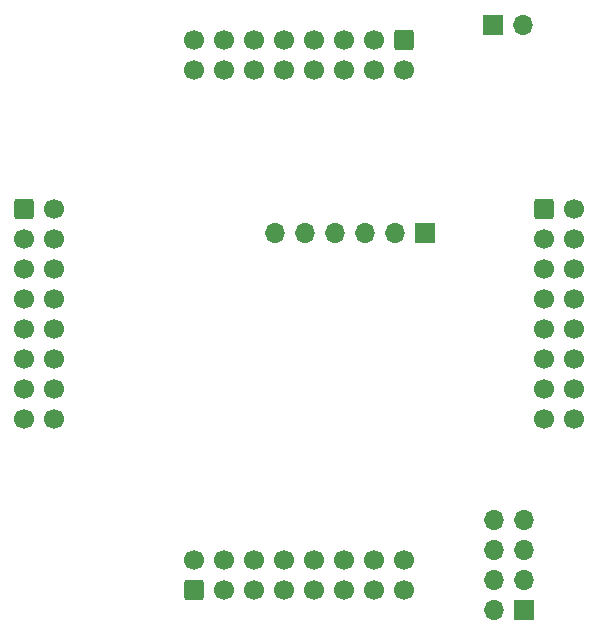
<source format=gbr>
%TF.GenerationSoftware,KiCad,Pcbnew,6.0.11+dfsg-1~bpo11+1*%
%TF.CreationDate,2023-05-15T10:52:48+02:00*%
%TF.ProjectId,avert_12,61766572-745f-4313-922e-6b696361645f,rev?*%
%TF.SameCoordinates,Original*%
%TF.FileFunction,Soldermask,Bot*%
%TF.FilePolarity,Negative*%
%FSLAX46Y46*%
G04 Gerber Fmt 4.6, Leading zero omitted, Abs format (unit mm)*
G04 Created by KiCad (PCBNEW 6.0.11+dfsg-1~bpo11+1) date 2023-05-15 10:52:48*
%MOMM*%
%LPD*%
G01*
G04 APERTURE LIST*
G04 Aperture macros list*
%AMRoundRect*
0 Rectangle with rounded corners*
0 $1 Rounding radius*
0 $2 $3 $4 $5 $6 $7 $8 $9 X,Y pos of 4 corners*
0 Add a 4 corners polygon primitive as box body*
4,1,4,$2,$3,$4,$5,$6,$7,$8,$9,$2,$3,0*
0 Add four circle primitives for the rounded corners*
1,1,$1+$1,$2,$3*
1,1,$1+$1,$4,$5*
1,1,$1+$1,$6,$7*
1,1,$1+$1,$8,$9*
0 Add four rect primitives between the rounded corners*
20,1,$1+$1,$2,$3,$4,$5,0*
20,1,$1+$1,$4,$5,$6,$7,0*
20,1,$1+$1,$6,$7,$8,$9,0*
20,1,$1+$1,$8,$9,$2,$3,0*%
G04 Aperture macros list end*
%ADD10RoundRect,0.250000X-0.600000X-0.600000X0.600000X-0.600000X0.600000X0.600000X-0.600000X0.600000X0*%
%ADD11C,1.700000*%
%ADD12RoundRect,0.250000X0.600000X-0.600000X0.600000X0.600000X-0.600000X0.600000X-0.600000X-0.600000X0*%
%ADD13R,1.700000X1.700000*%
%ADD14O,1.700000X1.700000*%
%ADD15RoundRect,0.250000X-0.600000X0.600000X-0.600000X-0.600000X0.600000X-0.600000X0.600000X0.600000X0*%
G04 APERTURE END LIST*
D10*
%TO.C,J4*%
X164445000Y-84440000D03*
D11*
X166985000Y-84440000D03*
X164445000Y-86980000D03*
X166985000Y-86980000D03*
X164445000Y-89520000D03*
X166985000Y-89520000D03*
X164445000Y-92060000D03*
X166985000Y-92060000D03*
X164445000Y-94600000D03*
X166985000Y-94600000D03*
X164445000Y-97140000D03*
X166985000Y-97140000D03*
X164445000Y-99680000D03*
X166985000Y-99680000D03*
X164445000Y-102220000D03*
X166985000Y-102220000D03*
%TD*%
D12*
%TO.C,J2*%
X134790000Y-116660000D03*
D11*
X134790000Y-114120000D03*
X137330000Y-116660000D03*
X137330000Y-114120000D03*
X139870000Y-116660000D03*
X139870000Y-114120000D03*
X142410000Y-116660000D03*
X142410000Y-114120000D03*
X144950000Y-116660000D03*
X144950000Y-114120000D03*
X147490000Y-116660000D03*
X147490000Y-114120000D03*
X150030000Y-116660000D03*
X150030000Y-114120000D03*
X152570000Y-116660000D03*
X152570000Y-114120000D03*
%TD*%
D13*
%TO.C,J7*%
X160155000Y-68840000D03*
D14*
X162695000Y-68840000D03*
%TD*%
D15*
%TO.C,J1*%
X152585000Y-70087500D03*
D11*
X152585000Y-72627500D03*
X150045000Y-70087500D03*
X150045000Y-72627500D03*
X147505000Y-70087500D03*
X147505000Y-72627500D03*
X144965000Y-70087500D03*
X144965000Y-72627500D03*
X142425000Y-70087500D03*
X142425000Y-72627500D03*
X139885000Y-70087500D03*
X139885000Y-72627500D03*
X137345000Y-70087500D03*
X137345000Y-72627500D03*
X134805000Y-70087500D03*
X134805000Y-72627500D03*
%TD*%
D13*
%TO.C,J5*%
X154400000Y-86415000D03*
D14*
X151860000Y-86415000D03*
X149320000Y-86415000D03*
X146780000Y-86415000D03*
X144240000Y-86415000D03*
X141700000Y-86415000D03*
%TD*%
D13*
%TO.C,J8*%
X162795000Y-118340000D03*
D14*
X160255000Y-118340000D03*
X162795000Y-115800000D03*
X160255000Y-115800000D03*
X162795000Y-113260000D03*
X160255000Y-113260000D03*
X162795000Y-110720000D03*
X160255000Y-110720000D03*
%TD*%
D10*
%TO.C,J3*%
X120455000Y-84420000D03*
D11*
X122995000Y-84420000D03*
X120455000Y-86960000D03*
X122995000Y-86960000D03*
X120455000Y-89500000D03*
X122995000Y-89500000D03*
X120455000Y-92040000D03*
X122995000Y-92040000D03*
X120455000Y-94580000D03*
X122995000Y-94580000D03*
X120455000Y-97120000D03*
X122995000Y-97120000D03*
X120455000Y-99660000D03*
X122995000Y-99660000D03*
X120455000Y-102200000D03*
X122995000Y-102200000D03*
%TD*%
M02*

</source>
